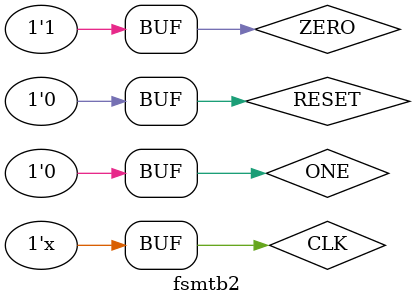
<source format=v>
`timescale 1ns / 1ps


module fsmtb2;

	// Inputs
	reg CLK;
	reg RESET;
	reg ONE;
	reg ZERO;

	// Outputs
	wire OUT;

	// Instantiate the Unit Under Test (UUT)
	fsm uut (
		.CLK(CLK), 
		.RESET(RESET), 
		.ONE(ONE), 
		.ZERO(ZERO), 
		.OUT(OUT)
	);

	initial begin
		// Initialize Inputs
		CLK = 0;
		RESET = 0;
		ONE = 0;
		ZERO = 0;

		// Wait 100 ns for global reset to finish
		#100;
        
		// Add stimulus here

		#2; 
		ONE = 1;
		#2;
		ONE = 0;
		ZERO = 1;
		#2;
		ZERO = 0;
		ONE = 1;
		#2;
		ZERO = 1;
		ONE = 0;
		#2;
		ZERO = 0;
		#2;
		RESET = 1;
		#2;
		RESET = 0;
		
		#2;
		ONE = 0;
		#2;
		ZERO = 1;
		#2;
		ZERO = 0;
		#2;
		ZERO = 1;
		#2;
		ZERO = 0;
		#2;
		ZERO = 1;
		#2;
		ZERO = 0;
		#2;
		ZERO = 1;
		
		#2;
		ONE = 0;
		#2;
		ONE = 1;
		#2;
		ONE = 0;
		#2;
		ONE = 1;
		#2;
		ONE = 0;
		#2;
		ONE = 1;
		#2;
		ONE = 0;
	
	end
	always #1 CLK=~CLK;
//	always #7 ONE=~ONE;
//	always #5 ZERO=~ZERO;
//	always #400 RESET=~RESET;
      
endmodule


</source>
